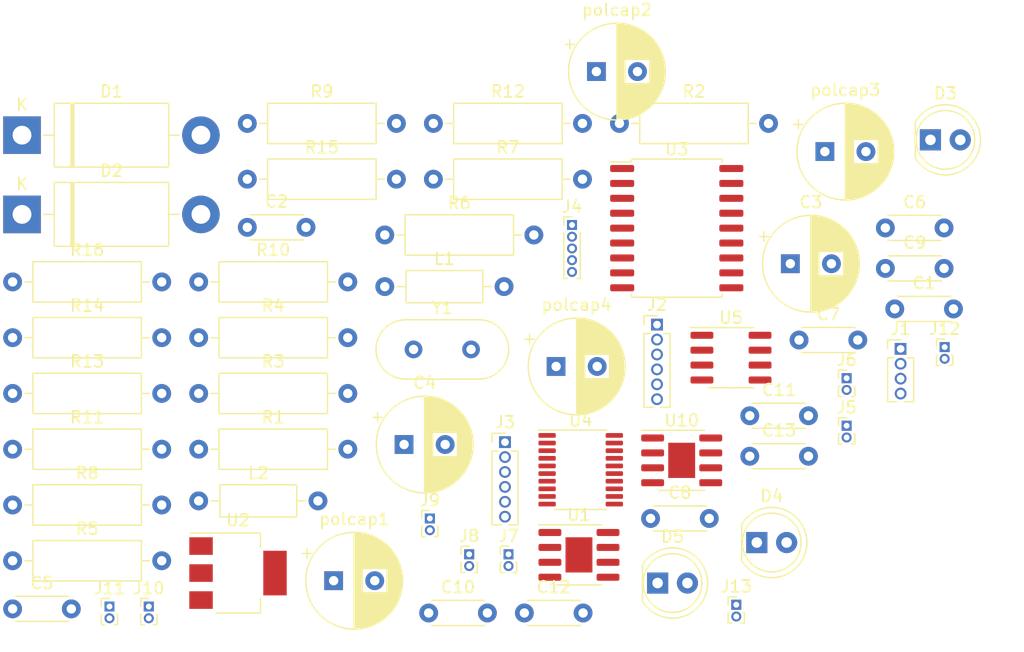
<source format=kicad_pcb>
(kicad_pcb (version 20171130) (host pcbnew 5.1.6-c6e7f7d~87~ubuntu18.04.1)
  (layers (0 F.Cu signal) (31 B.Cu signal) (34 B.Paste user) (35 F.Paste user) (36 B.SilkS user) (37 F.SilkS user) (38 B.Mask user) (39 F.Mask user) (44 Edge.Cuts user))
  (net 0 "")
  (net 1 "Net-(C1-Pad1)")
  (net 2 "Net-(C1-Pad2)")
  (net 3 4v)
  (net 4 "Net-(C2-Pad1)")
  (net 5 GND)
  (net 6 12-40v)
  (net 7 5v)
  (net 8 "Net-(C10-Pad2)")
  (net 9 "Net-(C12-Pad1)")
  (net 10 "Net-(C13-Pad1)")
  (net 11 "Net-(D1-Pad1)")
  (net 12 "Net-(D2-Pad1)")
  (net 13 "Net-(D3-Pad2)")
  (net 14 "Net-(D4-Pad2)")
  (net 15 "Net-(D5-Pad2)")
  (net 16 CAN-LOW)
  (net 17 CAN-HIGH)
  (net 18 "Net-(J2-Pad1)")
  (net 19 RESET_PIN)
  (net 20 "Net-(J2-Pad4)")
  (net 21 STM-SIM8xx_BridgeRX)
  (net 22 "Net-(J3-Pad6)")
  (net 23 "Net-(J3-Pad5)")
  (net 24 "Net-(J3-Pad4)")
  (net 25 "Net-(J3-Pad3)")
  (net 26 "Net-(J3-Pad2)")
  (net 27 "Net-(J3-Pad1)")
  (net 28 "Net-(J13-Pad2)")
  (net 29 "Net-(J12-Pad2)")
  (net 30 "Net-(J5-Pad2)")
  (net 31 "Net-(J5-Pad1)")
  (net 32 SPI_MOSI)
  (net 33 "Net-(J8-Pad1)")
  (net 34 "Net-(J9-Pad1)")
  (net 35 SPI_NSS)
  (net 36 "Net-(J10-Pad1)")
  (net 37 "Net-(J11-Pad1)")
  (net 38 SPI_CSK)
  (net 39 STM-SIM8xx_BridgeTX)
  (net 40 200OK)
  (net 41 SIM_CARD_ERROR)
  (net 42 NETWORK_ERROR)
  (net 43 "Net-(R10-Pad2)")
  (net 44 "Net-(R11-Pad1)")
  (net 45 "Net-(R14-Pad1)")
  (net 46 "Net-(R15-Pad2)")
  (net 47 "Net-(R16-Pad1)")
  (net 48 "Net-(U3-Pad1)")
  (net 49 "Net-(U3-Pad2)")
  (net 50 "Net-(U3-Pad3)")
  (net 51 "Net-(U3-Pad4)")
  (net 52 "Net-(U3-Pad5)")
  (net 53 "Net-(U3-Pad6)")
  (net 54 "Net-(U3-Pad10)")
  (net 55 "Net-(U3-Pad11)")
  (net 56 "Net-(U3-Pad12)")
  (net 57 "Net-(U4-Pad2)")
  (net 58 "Net-(U4-Pad3)")
  (net 59 SPI_MISO)
  (net 60 "Net-(U5-Pad5)")
  (module Capacitor_THT:C_Disc_D4.3mm_W1.9mm_P5.00mm (layer F.Cu) (at 170.195001 91.335001)
    (fp_text reference C1 (at 2.5 -2.2) (layer F.SilkS))
    (fp_text value 3.3n)
    (pad 1 thru_hole circle (at 0 0) (size 1.6 1.6) (drill 0.8) (layers *.Cu *.Mask) (net 1 "Net-(C1-Pad1)"))
    (pad 2 thru_hole circle (at 5 0) (size 1.6 1.6) (drill 0.8) (layers *.Cu *.Mask) (net 2 "Net-(C1-Pad2)"))
  )
  (module Capacitor_THT:C_Disc_D4.3mm_W1.9mm_P5.00mm (layer F.Cu) (at 115.045001 84.385001)
    (fp_text reference C2 (at 2.5 -2.2) (layer F.SilkS))
    (fp_text value 3.3n)
    (pad 2 thru_hole circle (at 5 0) (size 1.6 1.6) (drill 0.8) (layers *.Cu *.Mask) (net 3 4v))
    (pad 1 thru_hole circle (at 0 0) (size 1.6 1.6) (drill 0.8) (layers *.Cu *.Mask) (net 4 "Net-(C2-Pad1)"))
  )
  (module Capacitor_THT:CP_Radial_D8.0mm_P3.50mm (layer F.Cu) (at 161.299699 87.485001)
    (fp_text reference C3 (at 1.75 -5.25) (layer F.SilkS))
    (fp_text value 100uF)
    (pad 2 thru_hole circle (at 3.5 0) (size 1.6 1.6) (drill 0.8) (layers *.Cu *.Mask) (net 5 GND))
    (pad 1 thru_hole rect (at 0 0) (size 1.6 1.6) (drill 0.8) (layers *.Cu *.Mask) (net 6 12-40v))
  )
  (module Capacitor_THT:CP_Radial_D8.0mm_P3.50mm (layer F.Cu) (at 128.399699 102.885001)
    (fp_text reference C4 (at 1.75 -5.25) (layer F.SilkS))
    (fp_text value 100uF)
    (pad 1 thru_hole rect (at 0 0) (size 1.6 1.6) (drill 0.8) (layers *.Cu *.Mask) (net 6 12-40v))
    (pad 2 thru_hole circle (at 3.5 0) (size 1.6 1.6) (drill 0.8) (layers *.Cu *.Mask) (net 5 GND))
  )
  (module Capacitor_THT:C_Disc_D4.3mm_W1.9mm_P5.00mm (layer F.Cu) (at 95.055001 116.885001)
    (fp_text reference C5 (at 2.5 -2.2) (layer F.SilkS))
    (fp_text value 5nF)
    (pad 2 thru_hole circle (at 5 0) (size 1.6 1.6) (drill 0.8) (layers *.Cu *.Mask) (net 5 GND))
    (pad 1 thru_hole circle (at 0 0) (size 1.6 1.6) (drill 0.8) (layers *.Cu *.Mask) (net 7 5v))
  )
  (module Capacitor_THT:C_Disc_D4.3mm_W1.9mm_P5.00mm (layer F.Cu) (at 169.395001 84.435001)
    (fp_text reference C6 (at 2.5 -2.2) (layer F.SilkS))
    (fp_text value 100nF)
    (pad 2 thru_hole circle (at 5 0) (size 1.6 1.6) (drill 0.8) (layers *.Cu *.Mask) (net 8 "Net-(C10-Pad2)"))
    (pad 1 thru_hole circle (at 0 0) (size 1.6 1.6) (drill 0.8) (layers *.Cu *.Mask) (net 5 GND))
  )
  (module Capacitor_THT:C_Disc_D4.3mm_W1.9mm_P5.00mm (layer F.Cu) (at 162.045001 93.985001)
    (fp_text reference C7 (at 2.5 -2.2) (layer F.SilkS))
    (fp_text value 100nF)
    (pad 1 thru_hole circle (at 0 0) (size 1.6 1.6) (drill 0.8) (layers *.Cu *.Mask) (net 5 GND))
    (pad 2 thru_hole circle (at 5 0) (size 1.6 1.6) (drill 0.8) (layers *.Cu *.Mask) (net 8 "Net-(C10-Pad2)"))
  )
  (module Capacitor_THT:C_Disc_D4.3mm_W1.9mm_P5.00mm (layer F.Cu) (at 149.395001 109.185001)
    (fp_text reference C8 (at 2.5 -2.2) (layer F.SilkS))
    (fp_text value 4.7uF)
    (pad 2 thru_hole circle (at 5 0) (size 1.6 1.6) (drill 0.8) (layers *.Cu *.Mask) (net 8 "Net-(C10-Pad2)"))
    (pad 1 thru_hole circle (at 0 0) (size 1.6 1.6) (drill 0.8) (layers *.Cu *.Mask) (net 5 GND))
  )
  (module Capacitor_THT:C_Disc_D4.3mm_W1.9mm_P5.00mm (layer F.Cu) (at 169.395001 87.885001)
    (fp_text reference C9 (at 2.5 -2.2) (layer F.SilkS))
    (fp_text value 1uF)
    (pad 1 thru_hole circle (at 0 0) (size 1.6 1.6) (drill 0.8) (layers *.Cu *.Mask) (net 5 GND))
    (pad 2 thru_hole circle (at 5 0) (size 1.6 1.6) (drill 0.8) (layers *.Cu *.Mask) (net 8 "Net-(C10-Pad2)"))
  )
  (module Capacitor_THT:C_Disc_D4.3mm_W1.9mm_P5.00mm (layer F.Cu) (at 130.495001 117.235001)
    (fp_text reference C10 (at 2.5 -2.2) (layer F.SilkS))
    (fp_text value 10uF)
    (pad 1 thru_hole circle (at 0 0) (size 1.6 1.6) (drill 0.8) (layers *.Cu *.Mask) (net 5 GND))
    (pad 2 thru_hole circle (at 5 0) (size 1.6 1.6) (drill 0.8) (layers *.Cu *.Mask) (net 8 "Net-(C10-Pad2)"))
  )
  (module Capacitor_THT:C_Disc_D4.3mm_W1.9mm_P5.00mm (layer F.Cu) (at 157.845001 100.435001)
    (fp_text reference C11 (at 2.5 -2.2) (layer F.SilkS))
    (fp_text value 5nF)
    (pad 1 thru_hole circle (at 0 0) (size 1.6 1.6) (drill 0.8) (layers *.Cu *.Mask) (net 7 5v))
    (pad 2 thru_hole circle (at 5 0) (size 1.6 1.6) (drill 0.8) (layers *.Cu *.Mask) (net 5 GND))
  )
  (module Capacitor_THT:C_Disc_D4.3mm_W1.9mm_P5.00mm (layer F.Cu) (at 138.645001 117.235001)
    (fp_text reference C12 (at 2.5 -2.2) (layer F.SilkS))
    (fp_text value 27pF)
    (pad 2 thru_hole circle (at 5 0) (size 1.6 1.6) (drill 0.8) (layers *.Cu *.Mask) (net 5 GND))
    (pad 1 thru_hole circle (at 0 0) (size 1.6 1.6) (drill 0.8) (layers *.Cu *.Mask) (net 9 "Net-(C12-Pad1)"))
  )
  (module Capacitor_THT:C_Disc_D4.3mm_W1.9mm_P5.00mm (layer F.Cu) (at 157.845001 103.885001)
    (fp_text reference C13 (at 2.5 -2.2) (layer F.SilkS))
    (fp_text value 27pF)
    (pad 1 thru_hole circle (at 0 0) (size 1.6 1.6) (drill 0.8) (layers *.Cu *.Mask) (net 10 "Net-(C13-Pad1)"))
    (pad 2 thru_hole circle (at 5 0) (size 1.6 1.6) (drill 0.8) (layers *.Cu *.Mask) (net 5 GND))
  )
  (module Diode_THT:D_DO-201AD_P15.24mm_Horizontal (layer F.Cu) (at 95.855001 76.535001)
    (fp_text reference D1 (at 7.62 -3.72) (layer F.SilkS))
    (fp_text value MBR360)
    (fp_text user K (at 0 -2.6) (layer F.SilkS))
    (pad 2 thru_hole oval (at 15.24 0) (size 3.2 3.2) (drill 1.6) (layers *.Cu *.Mask) (net 5 GND))
    (pad 1 thru_hole rect (at 0 0) (size 3.2 3.2) (drill 1.6) (layers *.Cu *.Mask) (net 11 "Net-(D1-Pad1)"))
  )
  (module Diode_THT:D_DO-201AD_P15.24mm_Horizontal (layer F.Cu) (at 95.855001 83.285001)
    (fp_text reference D2 (at 7.62 -3.72) (layer F.SilkS))
    (fp_text value MBR360)
    (fp_text user K (at 0 -2.6) (layer F.SilkS))
    (pad 1 thru_hole rect (at 0 0) (size 3.2 3.2) (drill 1.6) (layers *.Cu *.Mask) (net 12 "Net-(D2-Pad1)"))
    (pad 2 thru_hole oval (at 15.24 0) (size 3.2 3.2) (drill 1.6) (layers *.Cu *.Mask) (net 5 GND))
  )
  (module LED_THT:LED_D5.0mm (layer F.Cu) (at 173.235001 76.935001)
    (fp_text reference D3 (at 1.27 -3.96) (layer F.SilkS))
    (fp_text value LED)
    (pad 2 thru_hole circle (at 2.54 0) (size 1.8 1.8) (drill 0.9) (layers *.Cu *.Mask) (net 13 "Net-(D3-Pad2)"))
    (pad 1 thru_hole rect (at 0 0) (size 1.8 1.8) (drill 0.9) (layers *.Cu *.Mask) (net 5 GND))
  )
  (module LED_THT:LED_D5.0mm (layer F.Cu) (at 158.445001 111.235001)
    (fp_text reference D4 (at 1.27 -3.96) (layer F.SilkS))
    (fp_text value LED)
    (pad 1 thru_hole rect (at 0 0) (size 1.8 1.8) (drill 0.9) (layers *.Cu *.Mask) (net 5 GND))
    (pad 2 thru_hole circle (at 2.54 0) (size 1.8 1.8) (drill 0.9) (layers *.Cu *.Mask) (net 14 "Net-(D4-Pad2)"))
  )
  (module LED_THT:LED_D5.0mm (layer F.Cu) (at 149.995001 114.685001)
    (fp_text reference D5 (at 1.27 -3.96) (layer F.SilkS))
    (fp_text value LED)
    (pad 1 thru_hole rect (at 0 0) (size 1.8 1.8) (drill 0.9) (layers *.Cu *.Mask) (net 5 GND))
    (pad 2 thru_hole circle (at 2.54 0) (size 1.8 1.8) (drill 0.9) (layers *.Cu *.Mask) (net 15 "Net-(D5-Pad2)"))
  )
  (module Connector_PinHeader_1.27mm:PinHeader_1x04_P1.27mm_Vertical (layer F.Cu) (at 170.695001 94.735001)
    (fp_text reference J1 (at 0 -1.695) (layer F.SilkS))
    (fp_text value Screw_Terminal_01x04)
    (pad 1 thru_hole rect (at 0 0) (size 1 1) (drill 0.65) (layers *.Cu *.Mask) (net 6 12-40v))
    (pad 2 thru_hole oval (at 0 1.27) (size 1 1) (drill 0.65) (layers *.Cu *.Mask) (net 5 GND))
    (pad 3 thru_hole oval (at 0 2.54) (size 1 1) (drill 0.65) (layers *.Cu *.Mask) (net 16 CAN-LOW))
    (pad 4 thru_hole oval (at 0 3.81) (size 1 1) (drill 0.65) (layers *.Cu *.Mask) (net 17 CAN-HIGH))
  )
  (module Connector_PinHeader_1.27mm:PinHeader_1x06_P1.27mm_Vertical (layer F.Cu) (at 149.945001 92.675001)
    (fp_text reference J2 (at 0 -1.695) (layer F.SilkS))
    (fp_text value "SIM800C Module")
    (pad 1 thru_hole rect (at 0 0) (size 1 1) (drill 0.65) (layers *.Cu *.Mask) (net 18 "Net-(J2-Pad1)"))
    (pad 2 thru_hole oval (at 0 1.27) (size 1 1) (drill 0.65) (layers *.Cu *.Mask) (net 3 4v))
    (pad 3 thru_hole oval (at 0 2.54) (size 1 1) (drill 0.65) (layers *.Cu *.Mask) (net 19 RESET_PIN))
    (pad 4 thru_hole oval (at 0 3.81) (size 1 1) (drill 0.65) (layers *.Cu *.Mask) (net 20 "Net-(J2-Pad4)"))
    (pad 5 thru_hole oval (at 0 5.08) (size 1 1) (drill 0.65) (layers *.Cu *.Mask) (net 21 STM-SIM8xx_BridgeRX))
    (pad 6 thru_hole oval (at 0 6.35) (size 1 1) (drill 0.65) (layers *.Cu *.Mask) (net 5 GND))
  )
  (module Connector_PinHeader_1.27mm:PinHeader_1x06_P1.27mm_Vertical (layer F.Cu) (at 136.995001 102.685001)
    (fp_text reference J3 (at 0 -1.695) (layer F.SilkS))
    (fp_text value "SIM800C Module Side A")
    (pad 6 thru_hole oval (at 0 6.35) (size 1 1) (drill 0.65) (layers *.Cu *.Mask) (net 22 "Net-(J3-Pad6)"))
    (pad 5 thru_hole oval (at 0 5.08) (size 1 1) (drill 0.65) (layers *.Cu *.Mask) (net 23 "Net-(J3-Pad5)"))
    (pad 4 thru_hole oval (at 0 3.81) (size 1 1) (drill 0.65) (layers *.Cu *.Mask) (net 24 "Net-(J3-Pad4)"))
    (pad 3 thru_hole oval (at 0 2.54) (size 1 1) (drill 0.65) (layers *.Cu *.Mask) (net 25 "Net-(J3-Pad3)"))
    (pad 2 thru_hole oval (at 0 1.27) (size 1 1) (drill 0.65) (layers *.Cu *.Mask) (net 26 "Net-(J3-Pad2)"))
    (pad 1 thru_hole rect (at 0 0) (size 1 1) (drill 0.65) (layers *.Cu *.Mask) (net 27 "Net-(J3-Pad1)"))
  )
  (module Connector_PinHeader_1.00mm:PinHeader_1x05_P1.00mm_Vertical (layer F.Cu) (at 142.705001 84.185001)
    (fp_text reference J4 (at 0 -1.56) (layer F.SilkS))
    (fp_text value "Programming interface")
    (pad 1 thru_hole rect (at 0 0) (size 0.85 0.85) (drill 0.5) (layers *.Cu *.Mask) (net 5 GND))
    (pad 2 thru_hole oval (at 0 1) (size 0.85 0.85) (drill 0.5) (layers *.Cu *.Mask) (net 5 GND))
    (pad 3 thru_hole oval (at 0 2) (size 0.85 0.85) (drill 0.5) (layers *.Cu *.Mask) (net 28 "Net-(J13-Pad2)"))
    (pad 4 thru_hole oval (at 0 3) (size 0.85 0.85) (drill 0.5) (layers *.Cu *.Mask) (net 29 "Net-(J12-Pad2)"))
    (pad 5 thru_hole oval (at 0 4) (size 0.85 0.85) (drill 0.5) (layers *.Cu *.Mask) (net 5 GND))
  )
  (module Connector_PinHeader_1.00mm:PinHeader_1x02_P1.00mm_Vertical (layer F.Cu) (at 166.095001 101.285001)
    (fp_text reference J5 (at 0 -1.56) (layer F.SilkS))
    (fp_text value "SWD Debugging Interface")
    (pad 2 thru_hole oval (at 0 1) (size 0.85 0.85) (drill 0.5) (layers *.Cu *.Mask) (net 30 "Net-(J5-Pad2)"))
    (pad 1 thru_hole rect (at 0 0) (size 0.85 0.85) (drill 0.5) (layers *.Cu *.Mask) (net 31 "Net-(J5-Pad1)"))
  )
  (module Connector_PinHeader_1.00mm:PinHeader_1x02_P1.00mm_Vertical (layer F.Cu) (at 166.095001 97.235001)
    (fp_text reference J6 (at 0 -1.56) (layer F.SilkS))
    (fp_text value Conn_01x02_Male)
    (pad 1 thru_hole rect (at 0 0) (size 0.85 0.85) (drill 0.5) (layers *.Cu *.Mask) (net 7 5v))
    (pad 2 thru_hole oval (at 0 1) (size 0.85 0.85) (drill 0.5) (layers *.Cu *.Mask) (net 2 "Net-(C1-Pad2)"))
  )
  (module Connector_PinHeader_1.00mm:PinHeader_1x02_P1.00mm_Vertical (layer F.Cu) (at 137.295001 112.235001)
    (fp_text reference J7 (at 0 -1.56) (layer F.SilkS))
    (fp_text value Conn_01x02_Male)
    (pad 1 thru_hole rect (at 0 0) (size 0.85 0.85) (drill 0.5) (layers *.Cu *.Mask) (net 5 GND))
    (pad 2 thru_hole oval (at 0 1) (size 0.85 0.85) (drill 0.5) (layers *.Cu *.Mask) (net 5 GND))
  )
  (module Connector_PinHeader_1.00mm:PinHeader_1x02_P1.00mm_Vertical (layer F.Cu) (at 133.945001 112.235001)
    (fp_text reference J8 (at 0 -1.56) (layer F.SilkS))
    (fp_text value Conn_01x02_Male)
    (pad 2 thru_hole oval (at 0 1) (size 0.85 0.85) (drill 0.5) (layers *.Cu *.Mask) (net 32 SPI_MOSI))
    (pad 1 thru_hole rect (at 0 0) (size 0.85 0.85) (drill 0.5) (layers *.Cu *.Mask) (net 33 "Net-(J8-Pad1)"))
  )
  (module Connector_PinHeader_1.00mm:PinHeader_1x02_P1.00mm_Vertical (layer F.Cu) (at 130.595001 109.185001)
    (fp_text reference J9 (at 0 -1.56) (layer F.SilkS))
    (fp_text value Conn_01x02_Male)
    (pad 1 thru_hole rect (at 0 0) (size 0.85 0.85) (drill 0.5) (layers *.Cu *.Mask) (net 34 "Net-(J9-Pad1)"))
    (pad 2 thru_hole oval (at 0 1) (size 0.85 0.85) (drill 0.5) (layers *.Cu *.Mask) (net 32 SPI_MOSI))
  )
  (module Connector_PinHeader_1.00mm:PinHeader_1x02_P1.00mm_Vertical (layer F.Cu) (at 106.655001 116.685001)
    (fp_text reference J10 (at 0 -1.56) (layer F.SilkS))
    (fp_text value Conn_01x02_Male)
    (pad 2 thru_hole oval (at 0 1) (size 0.85 0.85) (drill 0.5) (layers *.Cu *.Mask) (net 35 SPI_NSS))
    (pad 1 thru_hole rect (at 0 0) (size 0.85 0.85) (drill 0.5) (layers *.Cu *.Mask) (net 36 "Net-(J10-Pad1)"))
  )
  (module Connector_PinHeader_1.00mm:PinHeader_1x02_P1.00mm_Vertical (layer F.Cu) (at 103.305001 116.685001)
    (fp_text reference J11 (at 0 -1.56) (layer F.SilkS))
    (fp_text value Conn_01x02_Male)
    (pad 1 thru_hole rect (at 0 0) (size 0.85 0.85) (drill 0.5) (layers *.Cu *.Mask) (net 37 "Net-(J11-Pad1)"))
    (pad 2 thru_hole oval (at 0 1) (size 0.85 0.85) (drill 0.5) (layers *.Cu *.Mask) (net 38 SPI_CSK))
  )
  (module Connector_PinHeader_1.00mm:PinHeader_1x02_P1.00mm_Vertical (layer F.Cu) (at 174.445001 94.585001)
    (fp_text reference J12 (at 0 -1.56) (layer F.SilkS))
    (fp_text value Conn_01x02_Male)
    (pad 1 thru_hole rect (at 0 0) (size 0.85 0.85) (drill 0.5) (layers *.Cu *.Mask) (net 39 STM-SIM8xx_BridgeTX))
    (pad 2 thru_hole oval (at 0 1) (size 0.85 0.85) (drill 0.5) (layers *.Cu *.Mask) (net 29 "Net-(J12-Pad2)"))
  )
  (module Connector_PinHeader_1.00mm:PinHeader_1x02_P1.00mm_Vertical (layer F.Cu) (at 156.695001 116.535001)
    (fp_text reference J13 (at 0 -1.56) (layer F.SilkS))
    (fp_text value Conn_01x02_Male)
    (pad 2 thru_hole oval (at 0 1) (size 0.85 0.85) (drill 0.5) (layers *.Cu *.Mask) (net 28 "Net-(J13-Pad2)"))
    (pad 1 thru_hole rect (at 0 0) (size 0.85 0.85) (drill 0.5) (layers *.Cu *.Mask) (net 21 STM-SIM8xx_BridgeRX))
  )
  (module Resistor_THT:R_Axial_DIN0207_L6.3mm_D2.5mm_P10.16mm_Horizontal (layer F.Cu) (at 126.755001 89.435001)
    (fp_text reference L1 (at 5.08 -2.37) (layer F.SilkS))
    (fp_text value 68uH)
    (pad 2 thru_hole oval (at 10.16 0) (size 1.6 1.6) (drill 0.8) (layers *.Cu *.Mask) (net 2 "Net-(C1-Pad2)"))
    (pad 1 thru_hole circle (at 0 0) (size 1.6 1.6) (drill 0.8) (layers *.Cu *.Mask) (net 11 "Net-(D1-Pad1)"))
  )
  (module Resistor_THT:R_Axial_DIN0207_L6.3mm_D2.5mm_P10.16mm_Horizontal (layer F.Cu) (at 110.905001 107.685001)
    (fp_text reference L2 (at 5.08 -2.37) (layer F.SilkS))
    (fp_text value 68uH)
    (pad 1 thru_hole circle (at 0 0) (size 1.6 1.6) (drill 0.8) (layers *.Cu *.Mask) (net 12 "Net-(D2-Pad1)"))
    (pad 2 thru_hole oval (at 10.16 0) (size 1.6 1.6) (drill 0.8) (layers *.Cu *.Mask) (net 3 4v))
  )
  (module Capacitor_THT:CP_Radial_D8.0mm_P3.50mm (layer F.Cu) (at 122.399699 114.485001)
    (fp_text reference polcap1 (at 1.75 -5.25) (layer F.SilkS))
    (fp_text value 470uF)
    (pad 1 thru_hole rect (at 0 0) (size 1.6 1.6) (drill 0.8) (layers *.Cu *.Mask) (net 6 12-40v))
    (pad 2 thru_hole circle (at 3.5 0) (size 1.6 1.6) (drill 0.8) (layers *.Cu *.Mask) (net 5 GND))
  )
  (module Capacitor_THT:CP_Radial_D8.0mm_P3.50mm (layer F.Cu) (at 164.239699 77.935001)
    (fp_text reference polcap3 (at 1.75 -5.25) (layer F.SilkS))
    (fp_text value 470uF)
    (pad 1 thru_hole rect (at 0 0) (size 1.6 1.6) (drill 0.8) (layers *.Cu *.Mask) (net 6 12-40v))
    (pad 2 thru_hole circle (at 3.5 0) (size 1.6 1.6) (drill 0.8) (layers *.Cu *.Mask) (net 5 GND))
  )
  (module Capacitor_THT:CP_Radial_D8.0mm_P3.50mm (layer F.Cu) (at 141.349699 96.235001)
    (fp_text reference polcap4 (at 1.75 -5.25) (layer F.SilkS))
    (fp_text value 390uF/6.3v)
    (pad 2 thru_hole circle (at 3.5 0) (size 1.6 1.6) (drill 0.8) (layers *.Cu *.Mask) (net 5 GND))
    (pad 1 thru_hole rect (at 0 0) (size 1.6 1.6) (drill 0.8) (layers *.Cu *.Mask) (net 3 4v))
  )
  (module Resistor_THT:R_Axial_DIN0309_L9.0mm_D3.2mm_P12.70mm_Horizontal (layer F.Cu) (at 110.905001 103.285001)
    (fp_text reference R1 (at 6.35 -2.72) (layer F.SilkS))
    (fp_text value 1k)
    (pad 1 thru_hole circle (at 0 0) (size 1.6 1.6) (drill 0.8) (layers *.Cu *.Mask) (net 5 GND))
    (pad 2 thru_hole oval (at 12.7 0) (size 1.6 1.6) (drill 0.8) (layers *.Cu *.Mask) (net 1 "Net-(C1-Pad1)"))
  )
  (module Resistor_THT:R_Axial_DIN0309_L9.0mm_D3.2mm_P12.70mm_Horizontal (layer F.Cu) (at 146.745001 75.535001)
    (fp_text reference R2 (at 6.35 -2.72) (layer F.SilkS))
    (fp_text value 1k)
    (pad 2 thru_hole oval (at 12.7 0) (size 1.6 1.6) (drill 0.8) (layers *.Cu *.Mask) (net 4 "Net-(C2-Pad1)"))
    (pad 1 thru_hole circle (at 0 0) (size 1.6 1.6) (drill 0.8) (layers *.Cu *.Mask) (net 5 GND))
  )
  (module Resistor_THT:R_Axial_DIN0309_L9.0mm_D3.2mm_P12.70mm_Horizontal (layer F.Cu) (at 110.905001 98.535001)
    (fp_text reference R3 (at 6.35 -2.72) (layer F.SilkS))
    (fp_text value 320)
    (pad 2 thru_hole oval (at 12.7 0) (size 1.6 1.6) (drill 0.8) (layers *.Cu *.Mask) (net 2 "Net-(C1-Pad2)"))
    (pad 1 thru_hole circle (at 0 0) (size 1.6 1.6) (drill 0.8) (layers *.Cu *.Mask) (net 1 "Net-(C1-Pad1)"))
  )
  (module Resistor_THT:R_Axial_DIN0309_L9.0mm_D3.2mm_P12.70mm_Horizontal (layer F.Cu) (at 110.905001 93.785001)
    (fp_text reference R4 (at 6.35 -2.72) (layer F.SilkS))
    (fp_text value 2.3k)
    (pad 2 thru_hole oval (at 12.7 0) (size 1.6 1.6) (drill 0.8) (layers *.Cu *.Mask) (net 3 4v))
    (pad 1 thru_hole circle (at 0 0) (size 1.6 1.6) (drill 0.8) (layers *.Cu *.Mask) (net 4 "Net-(C2-Pad1)"))
  )
  (module Resistor_THT:R_Axial_DIN0309_L9.0mm_D3.2mm_P12.70mm_Horizontal (layer F.Cu) (at 95.055001 112.785001)
    (fp_text reference R5 (at 6.35 -2.72) (layer F.SilkS))
    (fp_text value 330)
    (pad 1 thru_hole circle (at 0 0) (size 1.6 1.6) (drill 0.8) (layers *.Cu *.Mask) (net 40 200OK))
    (pad 2 thru_hole oval (at 12.7 0) (size 1.6 1.6) (drill 0.8) (layers *.Cu *.Mask) (net 13 "Net-(D3-Pad2)"))
  )
  (module Resistor_THT:R_Axial_DIN0309_L9.0mm_D3.2mm_P12.70mm_Horizontal (layer F.Cu) (at 126.755001 85.035001)
    (fp_text reference R6 (at 6.35 -2.72) (layer F.SilkS))
    (fp_text value 330)
    (pad 1 thru_hole circle (at 0 0) (size 1.6 1.6) (drill 0.8) (layers *.Cu *.Mask) (net 41 SIM_CARD_ERROR))
    (pad 2 thru_hole oval (at 12.7 0) (size 1.6 1.6) (drill 0.8) (layers *.Cu *.Mask) (net 14 "Net-(D4-Pad2)"))
  )
  (module Resistor_THT:R_Axial_DIN0309_L9.0mm_D3.2mm_P12.70mm_Horizontal (layer F.Cu) (at 130.895001 80.285001)
    (fp_text reference R7 (at 6.35 -2.72) (layer F.SilkS))
    (fp_text value 330)
    (pad 2 thru_hole oval (at 12.7 0) (size 1.6 1.6) (drill 0.8) (layers *.Cu *.Mask) (net 15 "Net-(D5-Pad2)"))
    (pad 1 thru_hole circle (at 0 0) (size 1.6 1.6) (drill 0.8) (layers *.Cu *.Mask) (net 42 NETWORK_ERROR))
  )
  (module Resistor_THT:R_Axial_DIN0309_L9.0mm_D3.2mm_P12.70mm_Horizontal (layer F.Cu) (at 95.055001 108.035001)
    (fp_text reference R8 (at 6.35 -2.72) (layer F.SilkS))
    (fp_text value 5.6k)
    (pad 2 thru_hole oval (at 12.7 0) (size 1.6 1.6) (drill 0.8) (layers *.Cu *.Mask) (net 39 STM-SIM8xx_BridgeTX))
    (pad 1 thru_hole circle (at 0 0) (size 1.6 1.6) (drill 0.8) (layers *.Cu *.Mask) (net 5 GND))
  )
  (module Resistor_THT:R_Axial_DIN0309_L9.0mm_D3.2mm_P12.70mm_Horizontal (layer F.Cu) (at 115.045001 75.535001)
    (fp_text reference R9 (at 6.35 -2.72) (layer F.SilkS))
    (fp_text value 1k)
    (pad 1 thru_hole circle (at 0 0) (size 1.6 1.6) (drill 0.8) (layers *.Cu *.Mask) (net 20 "Net-(J2-Pad4)"))
    (pad 2 thru_hole oval (at 12.7 0) (size 1.6 1.6) (drill 0.8) (layers *.Cu *.Mask) (net 39 STM-SIM8xx_BridgeTX))
  )
  (module Resistor_THT:R_Axial_DIN0309_L9.0mm_D3.2mm_P12.70mm_Horizontal (layer F.Cu) (at 110.905001 89.035001)
    (fp_text reference R10 (at 6.35 -2.72) (layer F.SilkS))
    (fp_text value 270k)
    (pad 1 thru_hole circle (at 0 0) (size 1.6 1.6) (drill 0.8) (layers *.Cu *.Mask) (net 6 12-40v))
    (pad 2 thru_hole oval (at 12.7 0) (size 1.6 1.6) (drill 0.8) (layers *.Cu *.Mask) (net 43 "Net-(R10-Pad2)"))
  )
  (module Resistor_THT:R_Axial_DIN0309_L9.0mm_D3.2mm_P12.70mm_Horizontal (layer F.Cu) (at 95.055001 103.285001)
    (fp_text reference R11 (at 6.35 -2.72) (layer F.SilkS))
    (fp_text value 6.8k)
    (pad 2 thru_hole oval (at 12.7 0) (size 1.6 1.6) (drill 0.8) (layers *.Cu *.Mask) (net 5 GND))
    (pad 1 thru_hole circle (at 0 0) (size 1.6 1.6) (drill 0.8) (layers *.Cu *.Mask) (net 44 "Net-(R11-Pad1)"))
  )
  (module Resistor_THT:R_Axial_DIN0309_L9.0mm_D3.2mm_P12.70mm_Horizontal (layer F.Cu) (at 130.895001 75.535001)
    (fp_text reference R12 (at 6.35 -2.72) (layer F.SilkS))
    (fp_text value 100k)
    (pad 2 thru_hole oval (at 12.7 0) (size 1.6 1.6) (drill 0.8) (layers *.Cu *.Mask) (net 5 GND))
    (pad 1 thru_hole circle (at 0 0) (size 1.6 1.6) (drill 0.8) (layers *.Cu *.Mask) (net 43 "Net-(R10-Pad2)"))
  )
  (module Resistor_THT:R_Axial_DIN0309_L9.0mm_D3.2mm_P12.70mm_Horizontal (layer F.Cu) (at 95.055001 98.535001)
    (fp_text reference R13 (at 6.35 -2.72) (layer F.SilkS))
    (fp_text value 22k)
    (pad 2 thru_hole oval (at 12.7 0) (size 1.6 1.6) (drill 0.8) (layers *.Cu *.Mask) (net 5 GND))
    (pad 1 thru_hole circle (at 0 0) (size 1.6 1.6) (drill 0.8) (layers *.Cu *.Mask) (net 43 "Net-(R10-Pad2)"))
  )
  (module Resistor_THT:R_Axial_DIN0309_L9.0mm_D3.2mm_P12.70mm_Horizontal (layer F.Cu) (at 95.055001 93.785001)
    (fp_text reference R14 (at 6.35 -2.72) (layer F.SilkS))
    (fp_text value 6.8k)
    (pad 1 thru_hole circle (at 0 0) (size 1.6 1.6) (drill 0.8) (layers *.Cu *.Mask) (net 45 "Net-(R14-Pad1)"))
    (pad 2 thru_hole oval (at 12.7 0) (size 1.6 1.6) (drill 0.8) (layers *.Cu *.Mask) (net 5 GND))
  )
  (module Resistor_THT:R_Axial_DIN0309_L9.0mm_D3.2mm_P12.70mm_Horizontal (layer F.Cu) (at 115.045001 80.285001)
    (fp_text reference R15 (at 6.35 -2.72) (layer F.SilkS))
    (fp_text value 10k)
    (pad 1 thru_hole circle (at 0 0) (size 1.6 1.6) (drill 0.8) (layers *.Cu *.Mask) (net 7 5v))
    (pad 2 thru_hole oval (at 12.7 0) (size 1.6 1.6) (drill 0.8) (layers *.Cu *.Mask) (net 46 "Net-(R15-Pad2)"))
  )
  (module Resistor_THT:R_Axial_DIN0309_L9.0mm_D3.2mm_P12.70mm_Horizontal (layer F.Cu) (at 95.055001 89.035001)
    (fp_text reference R16 (at 6.35 -2.72) (layer F.SilkS))
    (fp_text value 10k)
    (pad 1 thru_hole circle (at 0 0) (size 1.6 1.6) (drill 0.8) (layers *.Cu *.Mask) (net 47 "Net-(R16-Pad1)"))
    (pad 2 thru_hole oval (at 12.7 0) (size 1.6 1.6) (drill 0.8) (layers *.Cu *.Mask) (net 5 GND))
  )
  (module Package_SO:SOIC-8-1EP_3.9x4.9mm_P1.27mm_EP2.29x3mm (layer F.Cu) (at 143.295001 112.285001)
    (fp_text reference U1 (at 0 -3.4) (layer F.SilkS))
    (fp_text value XL1509-ADJ)
    (pad 9 smd rect (at 0 0) (size 2.29 3) (layers F.Cu F.Mask))
    (pad 8 smd roundrect (at 2.475 -1.905) (size 1.95 0.6) (layers F.Cu F.Paste F.Mask) (net 5 GND))
    (pad 7 smd roundrect (at 2.475 -0.635) (size 1.95 0.6) (layers F.Cu F.Paste F.Mask) (net 5 GND))
    (pad 6 smd roundrect (at 2.475 0.635) (size 1.95 0.6) (layers F.Cu F.Paste F.Mask) (net 5 GND))
    (pad 5 smd roundrect (at 2.475 1.905) (size 1.95 0.6) (layers F.Cu F.Paste F.Mask) (net 5 GND))
    (pad 4 smd roundrect (at -2.475 1.905) (size 1.95 0.6) (layers F.Cu F.Paste F.Mask) (net 5 GND))
    (pad 3 smd roundrect (at -2.475 0.635) (size 1.95 0.6) (layers F.Cu F.Paste F.Mask) (net 1 "Net-(C1-Pad1)"))
    (pad 2 smd roundrect (at -2.475 -0.635) (size 1.95 0.6) (layers F.Cu F.Paste F.Mask) (net 11 "Net-(D1-Pad1)"))
    (pad 1 smd roundrect (at -2.475 -1.905) (size 1.95 0.6) (layers F.Cu F.Paste F.Mask) (net 6 12-40v))
  )
  (module Package_TO_SOT_SMD:SOT-223-3_TabPin2 (layer F.Cu) (at 114.255001 113.835001)
    (fp_text reference U2 (at 0 -4.5) (layer F.SilkS))
    (fp_text value AMS1117-3.3)
    (pad 2 smd rect (at 3.15 0) (size 2 3.8) (layers F.Cu F.Paste F.Mask) (net 8 "Net-(C10-Pad2)"))
    (pad 2 smd rect (at -3.15 0) (size 2 1.5) (layers F.Cu F.Paste F.Mask) (net 8 "Net-(C10-Pad2)"))
    (pad 3 smd rect (at -3.15 2.3) (size 2 1.5) (layers F.Cu F.Paste F.Mask) (net 7 5v))
    (pad 1 smd rect (at -3.15 -2.3) (size 2 1.5) (layers F.Cu F.Paste F.Mask) (net 5 GND))
  )
  (module Package_SO:SOIC-18W_7.5x11.6mm_P1.27mm (layer F.Cu) (at 151.625001 84.455001)
    (fp_text reference U3 (at 0 -6.72) (layer F.SilkS))
    (fp_text value MCP2515-xSO)
    (pad 1 smd roundrect (at -4.65 -5.08) (size 2.05 0.6) (layers F.Cu F.Paste F.Mask) (net 48 "Net-(U3-Pad1)"))
    (pad 2 smd roundrect (at -4.65 -3.81) (size 2.05 0.6) (layers F.Cu F.Paste F.Mask) (net 49 "Net-(U3-Pad2)"))
    (pad 3 smd roundrect (at -4.65 -2.54) (size 2.05 0.6) (layers F.Cu F.Paste F.Mask) (net 50 "Net-(U3-Pad3)"))
    (pad 4 smd roundrect (at -4.65 -1.27) (size 2.05 0.6) (layers F.Cu F.Paste F.Mask) (net 51 "Net-(U3-Pad4)"))
    (pad 5 smd roundrect (at -4.65 0) (size 2.05 0.6) (layers F.Cu F.Paste F.Mask) (net 52 "Net-(U3-Pad5)"))
    (pad 6 smd roundrect (at -4.65 1.27) (size 2.05 0.6) (layers F.Cu F.Paste F.Mask) (net 53 "Net-(U3-Pad6)"))
    (pad 7 smd roundrect (at -4.65 2.54) (size 2.05 0.6) (layers F.Cu F.Paste F.Mask) (net 9 "Net-(C12-Pad1)"))
    (pad 8 smd roundrect (at -4.65 3.81) (size 2.05 0.6) (layers F.Cu F.Paste F.Mask) (net 10 "Net-(C13-Pad1)"))
    (pad 9 smd roundrect (at -4.65 5.08) (size 2.05 0.6) (layers F.Cu F.Paste F.Mask) (net 5 GND))
    (pad 10 smd roundrect (at 4.65 5.08) (size 2.05 0.6) (layers F.Cu F.Paste F.Mask) (net 54 "Net-(U3-Pad10)"))
    (pad 11 smd roundrect (at 4.65 3.81) (size 2.05 0.6) (layers F.Cu F.Paste F.Mask) (net 55 "Net-(U3-Pad11)"))
    (pad 12 smd roundrect (at 4.65 2.54) (size 2.05 0.6) (layers F.Cu F.Paste F.Mask) (net 56 "Net-(U3-Pad12)"))
    (pad 13 smd roundrect (at 4.65 1.27) (size 2.05 0.6) (layers F.Cu F.Paste F.Mask) (net 37 "Net-(J11-Pad1)"))
    (pad 14 smd roundrect (at 4.65 0) (size 2.05 0.6) (layers F.Cu F.Paste F.Mask) (net 33 "Net-(J8-Pad1)"))
    (pad 15 smd roundrect (at 4.65 -1.27) (size 2.05 0.6) (layers F.Cu F.Paste F.Mask) (net 34 "Net-(J9-Pad1)"))
    (pad 16 smd roundrect (at 4.65 -2.54) (size 2.05 0.6) (layers F.Cu F.Paste F.Mask) (net 36 "Net-(J10-Pad1)"))
    (pad 17 smd roundrect (at 4.65 -3.81) (size 2.05 0.6) (layers F.Cu F.Paste F.Mask) (net 46 "Net-(R15-Pad2)"))
    (pad 18 smd roundrect (at 4.65 -5.08) (size 2.05 0.6) (layers F.Cu F.Paste F.Mask) (net 7 5v))
  )
  (module Package_SO:TSSOP-20_4.4x6.5mm_P0.65mm (layer F.Cu) (at 143.445001 105.035001)
    (fp_text reference U4 (at 0 -4.2) (layer F.SilkS))
    (fp_text value STM32F030F4Px)
    (pad 1 smd roundrect (at -2.8625 -2.925) (size 1.475 0.4) (layers F.Cu F.Paste F.Mask) (net 45 "Net-(R14-Pad1)"))
    (pad 2 smd roundrect (at -2.8625 -2.275) (size 1.475 0.4) (layers F.Cu F.Paste F.Mask) (net 57 "Net-(U4-Pad2)"))
    (pad 3 smd roundrect (at -2.8625 -1.625) (size 1.475 0.4) (layers F.Cu F.Paste F.Mask) (net 58 "Net-(U4-Pad3)"))
    (pad 4 smd roundrect (at -2.8625 -0.975) (size 1.475 0.4) (layers F.Cu F.Paste F.Mask) (net 44 "Net-(R11-Pad1)"))
    (pad 5 smd roundrect (at -2.8625 -0.325) (size 1.475 0.4) (layers F.Cu F.Paste F.Mask) (net 5 GND))
    (pad 6 smd roundrect (at -2.8625 0.325) (size 1.475 0.4) (layers F.Cu F.Paste F.Mask) (net 43 "Net-(R10-Pad2)"))
    (pad 7 smd roundrect (at -2.8625 0.975) (size 1.475 0.4) (layers F.Cu F.Paste F.Mask) (net 42 NETWORK_ERROR))
    (pad 8 smd roundrect (at -2.8625 1.625) (size 1.475 0.4) (layers F.Cu F.Paste F.Mask) (net 41 SIM_CARD_ERROR))
    (pad 9 smd roundrect (at -2.8625 2.275) (size 1.475 0.4) (layers F.Cu F.Paste F.Mask) (net 19 RESET_PIN))
    (pad 10 smd roundrect (at -2.8625 2.925) (size 1.475 0.4) (layers F.Cu F.Paste F.Mask) (net 35 SPI_NSS))
    (pad 11 smd roundrect (at 2.8625 2.925) (size 1.475 0.4) (layers F.Cu F.Paste F.Mask) (net 38 SPI_CSK))
    (pad 12 smd roundrect (at 2.8625 2.275) (size 1.475 0.4) (layers F.Cu F.Paste F.Mask) (net 59 SPI_MISO))
    (pad 13 smd roundrect (at 2.8625 1.625) (size 1.475 0.4) (layers F.Cu F.Paste F.Mask) (net 32 SPI_MOSI))
    (pad 14 smd roundrect (at 2.8625 0.975) (size 1.475 0.4) (layers F.Cu F.Paste F.Mask) (net 40 200OK))
    (pad 15 smd roundrect (at 2.8625 0.325) (size 1.475 0.4) (layers F.Cu F.Paste F.Mask) (net 5 GND))
    (pad 16 smd roundrect (at 2.8625 -0.325) (size 1.475 0.4) (layers F.Cu F.Paste F.Mask) (net 5 GND))
    (pad 17 smd roundrect (at 2.8625 -0.975) (size 1.475 0.4) (layers F.Cu F.Paste F.Mask) (net 29 "Net-(J12-Pad2)"))
    (pad 18 smd roundrect (at 2.8625 -1.625) (size 1.475 0.4) (layers F.Cu F.Paste F.Mask) (net 28 "Net-(J13-Pad2)"))
    (pad 19 smd roundrect (at 2.8625 -2.275) (size 1.475 0.4) (layers F.Cu F.Paste F.Mask) (net 30 "Net-(J5-Pad2)"))
    (pad 20 smd roundrect (at 2.8625 -2.925) (size 1.475 0.4) (layers F.Cu F.Paste F.Mask) (net 31 "Net-(J5-Pad1)"))
  )
  (module Package_SO:SOIC-8_3.9x4.9mm_P1.27mm (layer F.Cu) (at 156.245001 95.485001)
    (fp_text reference U5 (at 0 -3.4) (layer F.SilkS))
    (fp_text value MCP2551-I-SN)
    (pad 1 smd roundrect (at -2.475 -1.905) (size 1.95 0.6) (layers F.Cu F.Paste F.Mask) (net 48 "Net-(U3-Pad1)"))
    (pad 2 smd roundrect (at -2.475 -0.635) (size 1.95 0.6) (layers F.Cu F.Paste F.Mask) (net 5 GND))
    (pad 3 smd roundrect (at -2.475 0.635) (size 1.95 0.6) (layers F.Cu F.Paste F.Mask) (net 7 5v))
    (pad 4 smd roundrect (at -2.475 1.905) (size 1.95 0.6) (layers F.Cu F.Paste F.Mask) (net 49 "Net-(U3-Pad2)"))
    (pad 5 smd roundrect (at 2.475 1.905) (size 1.95 0.6) (layers F.Cu F.Paste F.Mask) (net 60 "Net-(U5-Pad5)"))
    (pad 6 smd roundrect (at 2.475 0.635) (size 1.95 0.6) (layers F.Cu F.Paste F.Mask) (net 16 CAN-LOW))
    (pad 7 smd roundrect (at 2.475 -0.635) (size 1.95 0.6) (layers F.Cu F.Paste F.Mask) (net 17 CAN-HIGH))
    (pad 8 smd roundrect (at 2.475 -1.905) (size 1.95 0.6) (layers F.Cu F.Paste F.Mask) (net 47 "Net-(R16-Pad1)"))
  )
  (module Package_SO:SOIC-8-1EP_3.9x4.9mm_P1.27mm_EP2.29x3mm (layer F.Cu) (at 152.045001 104.235001)
    (fp_text reference U10 (at 0 -3.4) (layer F.SilkS))
    (fp_text value XL1509-ADJ)
    (pad 1 smd roundrect (at -2.475 -1.905) (size 1.95 0.6) (layers F.Cu F.Paste F.Mask) (net 6 12-40v))
    (pad 2 smd roundrect (at -2.475 -0.635) (size 1.95 0.6) (layers F.Cu F.Paste F.Mask) (net 12 "Net-(D2-Pad1)"))
    (pad 3 smd roundrect (at -2.475 0.635) (size 1.95 0.6) (layers F.Cu F.Paste F.Mask) (net 4 "Net-(C2-Pad1)"))
    (pad 4 smd roundrect (at -2.475 1.905) (size 1.95 0.6) (layers F.Cu F.Paste F.Mask) (net 5 GND))
    (pad 5 smd roundrect (at 2.475 1.905) (size 1.95 0.6) (layers F.Cu F.Paste F.Mask) (net 5 GND))
    (pad 6 smd roundrect (at 2.475 0.635) (size 1.95 0.6) (layers F.Cu F.Paste F.Mask) (net 5 GND))
    (pad 7 smd roundrect (at 2.475 -0.635) (size 1.95 0.6) (layers F.Cu F.Paste F.Mask) (net 5 GND))
    (pad 8 smd roundrect (at 2.475 -1.905) (size 1.95 0.6) (layers F.Cu F.Paste F.Mask) (net 5 GND))
    (pad 9 smd rect (at 0 0) (size 2.29 3) (layers F.Cu F.Mask))
  )
  (module Crystal:Crystal_HC18-U_Vertical (layer F.Cu) (at 129.205001 94.785001)
    (fp_text reference Y1 (at 2.45 -3.525) (layer F.SilkS))
    (fp_text value 8mhz)
    (pad 1 thru_hole circle (at 0 0) (size 1.5 1.5) (drill 0.8) (layers *.Cu *.Mask) (net 9 "Net-(C12-Pad1)"))
    (pad 2 thru_hole circle (at 4.9 0) (size 1.5 1.5) (drill 0.8) (layers *.Cu *.Mask) (net 10 "Net-(C13-Pad1)"))
  )
  (module Capacitor_THT:CP_Radial_D8.0mm_P3.50mm (layer F.Cu) (at 144.78 71.12)
    (fp_text reference polcap2 (at 1.75 -5.25) (layer F.SilkS))
    (fp_text value 270uF/10v)
    (pad 1 thru_hole rect (at 0 0) (size 1.6 1.6) (drill 0.8) (layers *.Cu *.Mask) (net 2 "Net-(C1-Pad2)"))
    (pad 2 thru_hole circle (at 3.5 0) (size 1.6 1.6) (drill 0.8) (layers *.Cu *.Mask) (net 5 GND))
  )
)
</source>
